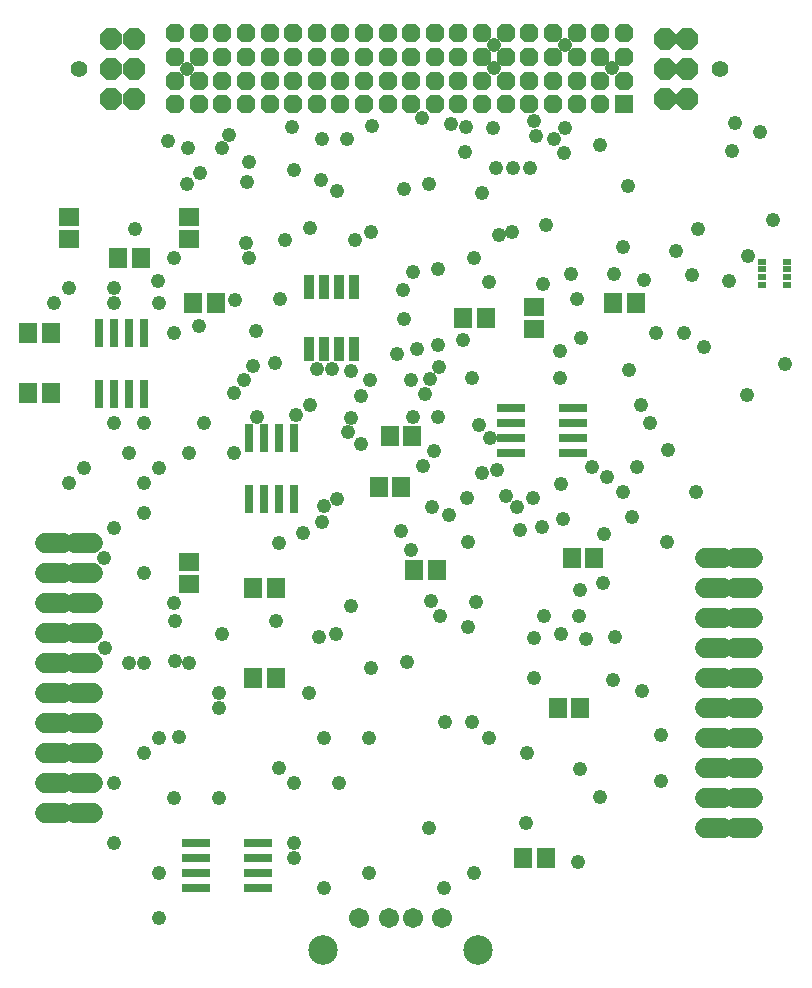
<source format=gts>
G75*
%MOIN*%
%OFA0B0*%
%FSLAX25Y25*%
%IPPOS*%
%LPD*%
%AMOC8*
5,1,8,0,0,1.08239X$1,22.5*
%
%ADD10R,0.03200X0.08300*%
%ADD11C,0.06800*%
%ADD12C,0.05524*%
%ADD13OC8,0.07296*%
%ADD14R,0.06186X0.06186*%
%ADD15OC8,0.06186*%
%ADD16R,0.05918X0.06706*%
%ADD17R,0.06706X0.05918*%
%ADD18R,0.03162X0.09461*%
%ADD19R,0.09461X0.03162*%
%ADD20R,0.02769X0.02178*%
%ADD21C,0.06737*%
%ADD22C,0.09855*%
%ADD23C,0.04762*%
D10*
X0130000Y0245650D03*
X0135000Y0245650D03*
X0140000Y0245650D03*
X0145000Y0245650D03*
X0145000Y0266250D03*
X0140000Y0266250D03*
X0135000Y0266250D03*
X0130000Y0266250D03*
D11*
X0058000Y0180950D02*
X0052000Y0180950D01*
X0048000Y0180950D02*
X0042000Y0180950D01*
X0042000Y0170950D02*
X0048000Y0170950D01*
X0052000Y0170950D02*
X0058000Y0170950D01*
X0058000Y0160950D02*
X0052000Y0160950D01*
X0048000Y0160950D02*
X0042000Y0160950D01*
X0042000Y0150950D02*
X0048000Y0150950D01*
X0052000Y0150950D02*
X0058000Y0150950D01*
X0058000Y0140950D02*
X0052000Y0140950D01*
X0048000Y0140950D02*
X0042000Y0140950D01*
X0042000Y0130950D02*
X0048000Y0130950D01*
X0052000Y0130950D02*
X0058000Y0130950D01*
X0058000Y0120950D02*
X0052000Y0120950D01*
X0048000Y0120950D02*
X0042000Y0120950D01*
X0042000Y0110950D02*
X0048000Y0110950D01*
X0052000Y0110950D02*
X0058000Y0110950D01*
X0058000Y0100950D02*
X0052000Y0100950D01*
X0048000Y0100950D02*
X0042000Y0100950D01*
X0042000Y0090950D02*
X0048000Y0090950D01*
X0052000Y0090950D02*
X0058000Y0090950D01*
X0262000Y0085950D02*
X0268000Y0085950D01*
X0272000Y0085950D02*
X0278000Y0085950D01*
X0278000Y0095950D02*
X0272000Y0095950D01*
X0268000Y0095950D02*
X0262000Y0095950D01*
X0262000Y0105950D02*
X0268000Y0105950D01*
X0272000Y0105950D02*
X0278000Y0105950D01*
X0278000Y0115950D02*
X0272000Y0115950D01*
X0268000Y0115950D02*
X0262000Y0115950D01*
X0262000Y0125950D02*
X0268000Y0125950D01*
X0272000Y0125950D02*
X0278000Y0125950D01*
X0278000Y0135950D02*
X0272000Y0135950D01*
X0268000Y0135950D02*
X0262000Y0135950D01*
X0262000Y0145950D02*
X0268000Y0145950D01*
X0272000Y0145950D02*
X0278000Y0145950D01*
X0278000Y0155950D02*
X0272000Y0155950D01*
X0268000Y0155950D02*
X0262000Y0155950D01*
X0262000Y0165950D02*
X0268000Y0165950D01*
X0272000Y0165950D02*
X0278000Y0165950D01*
X0278000Y0175950D02*
X0272000Y0175950D01*
X0268000Y0175950D02*
X0262000Y0175950D01*
D12*
X0266870Y0338942D03*
X0053130Y0338942D03*
D13*
X0063996Y0339060D03*
X0063996Y0329060D03*
X0071398Y0329060D03*
X0071398Y0339060D03*
X0071398Y0349060D03*
X0063996Y0349060D03*
X0248602Y0349056D03*
X0256004Y0349056D03*
X0256004Y0339056D03*
X0256004Y0329056D03*
X0248602Y0329056D03*
X0248602Y0339056D03*
D14*
X0234803Y0327249D03*
D15*
X0234803Y0335123D03*
X0226929Y0335123D03*
X0226929Y0327249D03*
X0219055Y0327249D03*
X0219055Y0335123D03*
X0211181Y0335123D03*
X0211181Y0327249D03*
X0203307Y0327249D03*
X0195433Y0327249D03*
X0195433Y0335123D03*
X0203307Y0335123D03*
X0203307Y0342997D03*
X0195433Y0342997D03*
X0195433Y0350871D03*
X0203307Y0350871D03*
X0211181Y0350871D03*
X0211181Y0342997D03*
X0219055Y0342997D03*
X0226929Y0342997D03*
X0226929Y0350871D03*
X0219055Y0350871D03*
X0234803Y0350871D03*
X0234803Y0342997D03*
X0187559Y0342997D03*
X0179685Y0342997D03*
X0179685Y0350871D03*
X0187559Y0350871D03*
X0187559Y0335123D03*
X0187559Y0327249D03*
X0179685Y0327249D03*
X0179685Y0335123D03*
X0171811Y0335123D03*
X0171811Y0327249D03*
X0163937Y0327249D03*
X0163937Y0335123D03*
X0156063Y0335123D03*
X0156063Y0327249D03*
X0148189Y0327249D03*
X0148189Y0335123D03*
X0140315Y0335123D03*
X0140315Y0327249D03*
X0132441Y0327249D03*
X0132441Y0335123D03*
X0124567Y0335123D03*
X0124567Y0327249D03*
X0116693Y0327249D03*
X0108819Y0327249D03*
X0108819Y0335123D03*
X0116693Y0335123D03*
X0116693Y0342997D03*
X0124567Y0342997D03*
X0124567Y0350871D03*
X0116693Y0350871D03*
X0108819Y0350871D03*
X0108819Y0342997D03*
X0100945Y0342997D03*
X0093071Y0342997D03*
X0093071Y0350871D03*
X0100945Y0350871D03*
X0100945Y0335123D03*
X0100945Y0327249D03*
X0093071Y0327249D03*
X0093071Y0335123D03*
X0085197Y0335123D03*
X0085197Y0327249D03*
X0085197Y0342997D03*
X0085197Y0350871D03*
X0132441Y0350871D03*
X0132441Y0342997D03*
X0140315Y0342997D03*
X0140315Y0350871D03*
X0148189Y0350871D03*
X0148189Y0342997D03*
X0156063Y0342997D03*
X0156063Y0350871D03*
X0163937Y0350871D03*
X0163937Y0342997D03*
X0171811Y0342997D03*
X0171811Y0350871D03*
D16*
X0231260Y0260950D03*
X0238740Y0260950D03*
X0188740Y0255950D03*
X0181260Y0255950D03*
X0164190Y0216850D03*
X0156710Y0216850D03*
X0153110Y0199825D03*
X0160590Y0199825D03*
X0164910Y0172075D03*
X0172390Y0172075D03*
X0212860Y0125950D03*
X0220340Y0125950D03*
X0217435Y0176175D03*
X0224915Y0176175D03*
X0208740Y0075950D03*
X0201260Y0075950D03*
X0118740Y0135950D03*
X0111260Y0135950D03*
X0111260Y0165950D03*
X0118740Y0165950D03*
X0043740Y0230950D03*
X0036260Y0230950D03*
X0036260Y0250950D03*
X0043740Y0250950D03*
X0066260Y0275950D03*
X0073740Y0275950D03*
X0091260Y0260950D03*
X0098740Y0260950D03*
D17*
X0090000Y0282210D03*
X0090000Y0289690D03*
X0050000Y0289690D03*
X0050000Y0282210D03*
X0090000Y0174690D03*
X0090000Y0167210D03*
X0205000Y0252210D03*
X0205000Y0259690D03*
D18*
X0125000Y0216186D03*
X0120000Y0216186D03*
X0115000Y0216186D03*
X0110000Y0216186D03*
X0110000Y0195714D03*
X0115000Y0195714D03*
X0120000Y0195714D03*
X0125000Y0195714D03*
X0075000Y0230714D03*
X0070000Y0230714D03*
X0065000Y0230714D03*
X0060000Y0230714D03*
X0060000Y0251186D03*
X0065000Y0251186D03*
X0070000Y0251186D03*
X0075000Y0251186D03*
D19*
X0197264Y0225950D03*
X0197264Y0220950D03*
X0197264Y0215950D03*
X0197264Y0210950D03*
X0217736Y0210950D03*
X0217736Y0215950D03*
X0217736Y0220950D03*
X0217736Y0225950D03*
X0112736Y0080950D03*
X0112736Y0075950D03*
X0112736Y0070950D03*
X0112736Y0065950D03*
X0092264Y0065950D03*
X0092264Y0070950D03*
X0092264Y0075950D03*
X0092264Y0080950D03*
D20*
X0280965Y0267111D03*
X0280965Y0269670D03*
X0280965Y0272230D03*
X0280965Y0274789D03*
X0289035Y0274789D03*
X0289035Y0272230D03*
X0289035Y0269670D03*
X0289035Y0267111D03*
D21*
X0174230Y0056142D03*
X0164387Y0056142D03*
X0156513Y0056142D03*
X0146670Y0056142D03*
D22*
X0134584Y0045472D03*
X0186316Y0045472D03*
D23*
X0065000Y0080950D03*
X0080000Y0070950D03*
X0080000Y0055950D03*
X0085000Y0095950D03*
X0075000Y0110950D03*
X0080000Y0115950D03*
X0086375Y0116275D03*
X0100000Y0125950D03*
X0100000Y0130950D03*
X0090000Y0140950D03*
X0085250Y0141700D03*
X0075000Y0140950D03*
X0070000Y0140950D03*
X0061800Y0145950D03*
X0085250Y0155200D03*
X0085000Y0160950D03*
X0075000Y0170950D03*
X0061575Y0175950D03*
X0065000Y0185950D03*
X0075000Y0190950D03*
X0075000Y0200950D03*
X0080000Y0205950D03*
X0090000Y0210950D03*
X0095000Y0220950D03*
X0105000Y0230950D03*
X0108200Y0235525D03*
X0111350Y0240025D03*
X0118425Y0240900D03*
X0112250Y0251725D03*
X0105275Y0262075D03*
X0110000Y0275950D03*
X0108875Y0281200D03*
X0121925Y0282100D03*
X0130025Y0285925D03*
X0139025Y0298525D03*
X0133850Y0302125D03*
X0124775Y0305500D03*
X0134075Y0315625D03*
X0142400Y0315850D03*
X0150725Y0319900D03*
X0167600Y0322600D03*
X0177275Y0320575D03*
X0182225Y0319675D03*
X0182000Y0311350D03*
X0191225Y0319450D03*
X0192350Y0305950D03*
X0197750Y0305950D03*
X0203375Y0305950D03*
X0205400Y0316750D03*
X0204725Y0321700D03*
X0211475Y0315850D03*
X0215075Y0319450D03*
X0215000Y0310950D03*
X0227000Y0313600D03*
X0236225Y0300100D03*
X0234650Y0279850D03*
X0231500Y0270850D03*
X0241625Y0268825D03*
X0252200Y0278500D03*
X0257375Y0270400D03*
X0269750Y0268375D03*
X0276050Y0276700D03*
X0284375Y0288850D03*
X0270725Y0311625D03*
X0271775Y0321025D03*
X0280325Y0318100D03*
X0259400Y0285700D03*
X0255000Y0250950D03*
X0261425Y0246325D03*
X0245450Y0251050D03*
X0236450Y0238675D03*
X0240500Y0227200D03*
X0243650Y0220900D03*
X0249550Y0212150D03*
X0239150Y0206275D03*
X0234425Y0198175D03*
X0229025Y0203125D03*
X0224300Y0206275D03*
X0213950Y0200650D03*
X0204500Y0196150D03*
X0199100Y0193000D03*
X0195500Y0196600D03*
X0192575Y0205375D03*
X0187400Y0204475D03*
X0182675Y0196150D03*
X0176600Y0190525D03*
X0171000Y0193200D03*
X0160400Y0185125D03*
X0163875Y0178700D03*
X0170525Y0161725D03*
X0173675Y0156775D03*
X0182700Y0153200D03*
X0185375Y0161275D03*
X0182900Y0181525D03*
X0200225Y0185350D03*
X0207650Y0186250D03*
X0214375Y0189100D03*
X0228350Y0184000D03*
X0237575Y0189625D03*
X0249050Y0181525D03*
X0258725Y0198175D03*
X0275975Y0230275D03*
X0288650Y0240700D03*
X0227900Y0167575D03*
X0220025Y0165325D03*
X0219800Y0156775D03*
X0222275Y0149125D03*
X0213725Y0150700D03*
X0208100Y0156550D03*
X0205000Y0149375D03*
X0205000Y0135950D03*
X0190000Y0115950D03*
X0184025Y0121450D03*
X0175250Y0121450D03*
X0162425Y0141250D03*
X0150500Y0139450D03*
X0138875Y0150725D03*
X0133175Y0149575D03*
X0143875Y0160050D03*
X0119000Y0155200D03*
X0101000Y0150700D03*
X0130000Y0130950D03*
X0135000Y0115950D03*
X0150000Y0115950D03*
X0140000Y0100950D03*
X0125000Y0100950D03*
X0120000Y0105950D03*
X0100000Y0095950D03*
X0125000Y0080950D03*
X0125000Y0075950D03*
X0135000Y0065950D03*
X0150000Y0070950D03*
X0170000Y0085950D03*
X0185000Y0070950D03*
X0175000Y0065950D03*
X0202250Y0087700D03*
X0219525Y0074825D03*
X0227000Y0096225D03*
X0220200Y0105725D03*
X0202475Y0110875D03*
X0231050Y0135400D03*
X0240725Y0131800D03*
X0247250Y0116950D03*
X0247350Y0101550D03*
X0231725Y0149800D03*
X0190100Y0215950D03*
X0186500Y0220450D03*
X0173000Y0222925D03*
X0168500Y0230575D03*
X0170175Y0235725D03*
X0173225Y0239575D03*
X0172775Y0247000D03*
X0165800Y0245650D03*
X0159050Y0244075D03*
X0163775Y0235300D03*
X0164675Y0223150D03*
X0171425Y0211675D03*
X0167825Y0206725D03*
X0147350Y0229900D03*
X0150050Y0235300D03*
X0143975Y0238450D03*
X0137450Y0238900D03*
X0132500Y0239125D03*
X0130250Y0227200D03*
X0125525Y0223600D03*
X0112475Y0222925D03*
X0105000Y0210950D03*
X0120000Y0180950D03*
X0128000Y0184450D03*
X0134075Y0188050D03*
X0134750Y0193450D03*
X0139250Y0195700D03*
X0147125Y0213925D03*
X0142850Y0217975D03*
X0143750Y0222700D03*
X0161525Y0255775D03*
X0161125Y0265225D03*
X0164675Y0271300D03*
X0173000Y0272425D03*
X0185000Y0275950D03*
X0189875Y0267925D03*
X0193025Y0283675D03*
X0197525Y0284800D03*
X0187625Y0297625D03*
X0169775Y0300725D03*
X0161525Y0298975D03*
X0150400Y0284600D03*
X0145325Y0281875D03*
X0120350Y0262525D03*
X0093125Y0253525D03*
X0085000Y0250950D03*
X0080000Y0260950D03*
X0079625Y0268375D03*
X0085000Y0275950D03*
X0071750Y0285700D03*
X0065000Y0265950D03*
X0065000Y0260950D03*
X0050000Y0265950D03*
X0045000Y0260950D03*
X0065000Y0220950D03*
X0070000Y0210950D03*
X0075000Y0220950D03*
X0055000Y0205950D03*
X0050000Y0200950D03*
X0065000Y0100950D03*
X0184250Y0236200D03*
X0181325Y0248575D03*
X0207875Y0267250D03*
X0217325Y0270850D03*
X0219350Y0262525D03*
X0220475Y0249475D03*
X0213500Y0245200D03*
X0213500Y0236200D03*
X0208775Y0287050D03*
X0191450Y0339250D03*
X0191450Y0346900D03*
X0215075Y0346900D03*
X0230825Y0339250D03*
X0124175Y0319675D03*
X0110000Y0308200D03*
X0109100Y0301225D03*
X0101000Y0312700D03*
X0103250Y0317200D03*
X0093575Y0304375D03*
X0089075Y0300775D03*
X0089525Y0312700D03*
X0083000Y0314950D03*
X0089075Y0339025D03*
M02*

</source>
